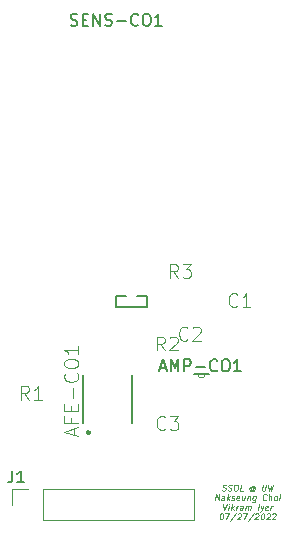
<source format=gto>
%TF.GenerationSoftware,KiCad,Pcbnew,(6.0.6)*%
%TF.CreationDate,2022-07-27T15:13:06-07:00*%
%TF.ProjectId,EcobitNRF9160 EV3,45636f62-6974-44e5-9246-393136302045,rev?*%
%TF.SameCoordinates,Original*%
%TF.FileFunction,Legend,Top*%
%TF.FilePolarity,Positive*%
%FSLAX46Y46*%
G04 Gerber Fmt 4.6, Leading zero omitted, Abs format (unit mm)*
G04 Created by KiCad (PCBNEW (6.0.6)) date 2022-07-27 15:13:06*
%MOMM*%
%LPD*%
G01*
G04 APERTURE LIST*
%ADD10C,0.063500*%
%ADD11C,0.150000*%
%ADD12C,0.101600*%
%ADD13C,0.208367*%
%ADD14C,0.101653*%
%ADD15C,0.120000*%
%ADD16C,0.152400*%
%ADD17C,0.240000*%
%ADD18C,0.127000*%
G04 APERTURE END LIST*
D10*
X142296168Y-119008799D02*
X142365715Y-119032989D01*
X142486668Y-119032989D01*
X142538072Y-119008799D01*
X142565287Y-118984608D01*
X142595525Y-118936227D01*
X142601572Y-118887846D01*
X142583430Y-118839465D01*
X142562263Y-118815275D01*
X142516906Y-118791084D01*
X142423168Y-118766894D01*
X142377811Y-118742703D01*
X142356644Y-118718513D01*
X142338501Y-118670132D01*
X142344549Y-118621751D01*
X142374787Y-118573370D01*
X142402001Y-118549180D01*
X142453406Y-118524989D01*
X142574358Y-118524989D01*
X142643906Y-118549180D01*
X142779977Y-119008799D02*
X142849525Y-119032989D01*
X142970477Y-119032989D01*
X143021882Y-119008799D01*
X143049096Y-118984608D01*
X143079334Y-118936227D01*
X143085382Y-118887846D01*
X143067239Y-118839465D01*
X143046072Y-118815275D01*
X143000715Y-118791084D01*
X142906977Y-118766894D01*
X142861620Y-118742703D01*
X142840453Y-118718513D01*
X142822311Y-118670132D01*
X142828358Y-118621751D01*
X142858596Y-118573370D01*
X142885811Y-118549180D01*
X142937215Y-118524989D01*
X143058168Y-118524989D01*
X143127715Y-118549180D01*
X143445215Y-118524989D02*
X143541977Y-118524989D01*
X143587334Y-118549180D01*
X143629668Y-118597560D01*
X143641763Y-118694322D01*
X143620596Y-118863656D01*
X143584311Y-118960418D01*
X143529882Y-119008799D01*
X143478477Y-119032989D01*
X143381715Y-119032989D01*
X143336358Y-119008799D01*
X143294025Y-118960418D01*
X143281930Y-118863656D01*
X143303096Y-118694322D01*
X143339382Y-118597560D01*
X143393811Y-118549180D01*
X143445215Y-118524989D01*
X144059049Y-119032989D02*
X143817144Y-119032989D01*
X143880644Y-118524989D01*
X144960144Y-118791084D02*
X144938977Y-118766894D01*
X144893620Y-118742703D01*
X144845239Y-118742703D01*
X144793834Y-118766894D01*
X144766620Y-118791084D01*
X144736382Y-118839465D01*
X144730334Y-118887846D01*
X144748477Y-118936227D01*
X144769644Y-118960418D01*
X144815001Y-118984608D01*
X144863382Y-118984608D01*
X144914787Y-118960418D01*
X144942001Y-118936227D01*
X144966192Y-118742703D02*
X144942001Y-118936227D01*
X144963168Y-118960418D01*
X144987358Y-118960418D01*
X145038763Y-118936227D01*
X145069001Y-118887846D01*
X145084120Y-118766894D01*
X145044811Y-118694322D01*
X144978287Y-118645941D01*
X144884549Y-118621751D01*
X144784763Y-118645941D01*
X144706144Y-118694322D01*
X144648692Y-118766894D01*
X144612406Y-118863656D01*
X144624501Y-118960418D01*
X144663811Y-119032989D01*
X144730334Y-119081370D01*
X144824072Y-119105560D01*
X144923858Y-119081370D01*
X145002477Y-119032989D01*
X145719120Y-118524989D02*
X145667715Y-118936227D01*
X145685858Y-118984608D01*
X145707025Y-119008799D01*
X145752382Y-119032989D01*
X145849144Y-119032989D01*
X145900549Y-119008799D01*
X145927763Y-118984608D01*
X145958001Y-118936227D01*
X146009406Y-118524989D01*
X146202930Y-118524989D02*
X146260382Y-119032989D01*
X146402501Y-118670132D01*
X146453906Y-119032989D01*
X146638358Y-118524989D01*
X141700477Y-119850869D02*
X141763977Y-119342869D01*
X141990763Y-119850869D01*
X142054263Y-119342869D01*
X142450382Y-119850869D02*
X142483644Y-119584774D01*
X142465501Y-119536393D01*
X142420144Y-119512202D01*
X142323382Y-119512202D01*
X142271977Y-119536393D01*
X142453406Y-119826679D02*
X142402001Y-119850869D01*
X142281049Y-119850869D01*
X142235692Y-119826679D01*
X142217549Y-119778298D01*
X142223596Y-119729917D01*
X142253834Y-119681536D01*
X142305239Y-119657345D01*
X142426192Y-119657345D01*
X142477596Y-119633155D01*
X142692287Y-119850869D02*
X142755787Y-119342869D01*
X142764858Y-119657345D02*
X142885811Y-119850869D01*
X142928144Y-119512202D02*
X142710430Y-119705726D01*
X143082358Y-119826679D02*
X143127715Y-119850869D01*
X143224477Y-119850869D01*
X143275882Y-119826679D01*
X143306120Y-119778298D01*
X143309144Y-119754107D01*
X143291001Y-119705726D01*
X143245644Y-119681536D01*
X143173072Y-119681536D01*
X143127715Y-119657345D01*
X143109572Y-119608964D01*
X143112596Y-119584774D01*
X143142834Y-119536393D01*
X143194239Y-119512202D01*
X143266811Y-119512202D01*
X143312168Y-119536393D01*
X143711311Y-119826679D02*
X143659906Y-119850869D01*
X143563144Y-119850869D01*
X143517787Y-119826679D01*
X143499644Y-119778298D01*
X143523834Y-119584774D01*
X143554072Y-119536393D01*
X143605477Y-119512202D01*
X143702239Y-119512202D01*
X143747596Y-119536393D01*
X143765739Y-119584774D01*
X143759692Y-119633155D01*
X143511739Y-119681536D01*
X144210239Y-119512202D02*
X144167906Y-119850869D01*
X143992525Y-119512202D02*
X143959263Y-119778298D01*
X143977406Y-119826679D01*
X144022763Y-119850869D01*
X144095334Y-119850869D01*
X144146739Y-119826679D01*
X144173953Y-119802488D01*
X144452144Y-119512202D02*
X144409811Y-119850869D01*
X144446096Y-119560583D02*
X144473311Y-119536393D01*
X144524715Y-119512202D01*
X144597287Y-119512202D01*
X144642644Y-119536393D01*
X144660787Y-119584774D01*
X144627525Y-119850869D01*
X145129477Y-119512202D02*
X145078072Y-119923440D01*
X145047834Y-119971821D01*
X145020620Y-119996012D01*
X144969215Y-120020202D01*
X144896644Y-120020202D01*
X144851287Y-119996012D01*
X145090168Y-119826679D02*
X145038763Y-119850869D01*
X144942001Y-119850869D01*
X144896644Y-119826679D01*
X144875477Y-119802488D01*
X144857334Y-119754107D01*
X144875477Y-119608964D01*
X144905715Y-119560583D01*
X144932930Y-119536393D01*
X144984334Y-119512202D01*
X145081096Y-119512202D01*
X145126453Y-119536393D01*
X146012430Y-119802488D02*
X145985215Y-119826679D01*
X145909620Y-119850869D01*
X145861239Y-119850869D01*
X145791692Y-119826679D01*
X145749358Y-119778298D01*
X145731215Y-119729917D01*
X145719120Y-119633155D01*
X145728192Y-119560583D01*
X145764477Y-119463821D01*
X145794715Y-119415440D01*
X145849144Y-119367060D01*
X145924739Y-119342869D01*
X145973120Y-119342869D01*
X146042668Y-119367060D01*
X146063834Y-119391250D01*
X146224096Y-119850869D02*
X146287596Y-119342869D01*
X146441811Y-119850869D02*
X146475072Y-119584774D01*
X146456930Y-119536393D01*
X146411572Y-119512202D01*
X146339001Y-119512202D01*
X146287596Y-119536393D01*
X146260382Y-119560583D01*
X146756287Y-119850869D02*
X146710930Y-119826679D01*
X146689763Y-119802488D01*
X146671620Y-119754107D01*
X146689763Y-119608964D01*
X146720001Y-119560583D01*
X146747215Y-119536393D01*
X146798620Y-119512202D01*
X146871192Y-119512202D01*
X146916549Y-119536393D01*
X146937715Y-119560583D01*
X146955858Y-119608964D01*
X146937715Y-119754107D01*
X146907477Y-119802488D01*
X146880263Y-119826679D01*
X146828858Y-119850869D01*
X146756287Y-119850869D01*
X147143334Y-119850869D02*
X147185668Y-119512202D01*
X147206834Y-119342869D02*
X147179620Y-119367060D01*
X147200787Y-119391250D01*
X147228001Y-119367060D01*
X147206834Y-119342869D01*
X147200787Y-119391250D01*
X142380834Y-120160749D02*
X142486668Y-120668749D01*
X142719501Y-120160749D01*
X142825334Y-120668749D02*
X142867668Y-120330082D01*
X142888834Y-120160749D02*
X142861620Y-120184940D01*
X142882787Y-120209130D01*
X142910001Y-120184940D01*
X142888834Y-120160749D01*
X142882787Y-120209130D01*
X143067239Y-120668749D02*
X143130739Y-120160749D01*
X143139811Y-120475225D02*
X143260763Y-120668749D01*
X143303096Y-120330082D02*
X143085382Y-120523606D01*
X143478477Y-120668749D02*
X143520811Y-120330082D01*
X143508715Y-120426844D02*
X143538953Y-120378463D01*
X143566168Y-120354273D01*
X143617572Y-120330082D01*
X143665953Y-120330082D01*
X144010668Y-120668749D02*
X144043930Y-120402654D01*
X144025787Y-120354273D01*
X143980430Y-120330082D01*
X143883668Y-120330082D01*
X143832263Y-120354273D01*
X144013692Y-120644559D02*
X143962287Y-120668749D01*
X143841334Y-120668749D01*
X143795977Y-120644559D01*
X143777834Y-120596178D01*
X143783882Y-120547797D01*
X143814120Y-120499416D01*
X143865525Y-120475225D01*
X143986477Y-120475225D01*
X144037882Y-120451035D01*
X144252572Y-120668749D02*
X144294906Y-120330082D01*
X144288858Y-120378463D02*
X144316072Y-120354273D01*
X144367477Y-120330082D01*
X144440049Y-120330082D01*
X144485406Y-120354273D01*
X144503549Y-120402654D01*
X144470287Y-120668749D01*
X144503549Y-120402654D02*
X144533787Y-120354273D01*
X144585192Y-120330082D01*
X144657763Y-120330082D01*
X144703120Y-120354273D01*
X144721263Y-120402654D01*
X144688001Y-120668749D01*
X145316953Y-120668749D02*
X145380453Y-120160749D01*
X145552811Y-120330082D02*
X145631430Y-120668749D01*
X145794715Y-120330082D02*
X145631430Y-120668749D01*
X145567930Y-120789701D01*
X145540715Y-120813892D01*
X145489311Y-120838082D01*
X146142453Y-120644559D02*
X146091049Y-120668749D01*
X145994287Y-120668749D01*
X145948930Y-120644559D01*
X145930787Y-120596178D01*
X145954977Y-120402654D01*
X145985215Y-120354273D01*
X146036620Y-120330082D01*
X146133382Y-120330082D01*
X146178739Y-120354273D01*
X146196882Y-120402654D01*
X146190834Y-120451035D01*
X145942882Y-120499416D01*
X146381334Y-120668749D02*
X146423668Y-120330082D01*
X146411572Y-120426844D02*
X146441811Y-120378463D01*
X146469025Y-120354273D01*
X146520430Y-120330082D01*
X146568811Y-120330082D01*
X142235692Y-120978629D02*
X142284072Y-120978629D01*
X142329430Y-121002820D01*
X142350596Y-121027010D01*
X142368739Y-121075391D01*
X142380834Y-121172153D01*
X142365715Y-121293105D01*
X142329430Y-121389867D01*
X142299192Y-121438248D01*
X142271977Y-121462439D01*
X142220572Y-121486629D01*
X142172192Y-121486629D01*
X142126834Y-121462439D01*
X142105668Y-121438248D01*
X142087525Y-121389867D01*
X142075430Y-121293105D01*
X142090549Y-121172153D01*
X142126834Y-121075391D01*
X142157072Y-121027010D01*
X142184287Y-121002820D01*
X142235692Y-120978629D01*
X142574358Y-120978629D02*
X142913025Y-120978629D01*
X142631811Y-121486629D01*
X143472430Y-120954439D02*
X142955358Y-121607581D01*
X143608501Y-121027010D02*
X143635715Y-121002820D01*
X143687120Y-120978629D01*
X143808072Y-120978629D01*
X143853430Y-121002820D01*
X143874596Y-121027010D01*
X143892739Y-121075391D01*
X143886692Y-121123772D01*
X143853430Y-121196343D01*
X143526858Y-121486629D01*
X143841334Y-121486629D01*
X144074168Y-120978629D02*
X144412834Y-120978629D01*
X144131620Y-121486629D01*
X144972239Y-120954439D02*
X144455168Y-121607581D01*
X145108311Y-121027010D02*
X145135525Y-121002820D01*
X145186930Y-120978629D01*
X145307882Y-120978629D01*
X145353239Y-121002820D01*
X145374406Y-121027010D01*
X145392549Y-121075391D01*
X145386501Y-121123772D01*
X145353239Y-121196343D01*
X145026668Y-121486629D01*
X145341144Y-121486629D01*
X145719120Y-120978629D02*
X145767501Y-120978629D01*
X145812858Y-121002820D01*
X145834025Y-121027010D01*
X145852168Y-121075391D01*
X145864263Y-121172153D01*
X145849144Y-121293105D01*
X145812858Y-121389867D01*
X145782620Y-121438248D01*
X145755406Y-121462439D01*
X145704001Y-121486629D01*
X145655620Y-121486629D01*
X145610263Y-121462439D01*
X145589096Y-121438248D01*
X145570953Y-121389867D01*
X145558858Y-121293105D01*
X145573977Y-121172153D01*
X145610263Y-121075391D01*
X145640501Y-121027010D01*
X145667715Y-121002820D01*
X145719120Y-120978629D01*
X146075930Y-121027010D02*
X146103144Y-121002820D01*
X146154549Y-120978629D01*
X146275501Y-120978629D01*
X146320858Y-121002820D01*
X146342025Y-121027010D01*
X146360168Y-121075391D01*
X146354120Y-121123772D01*
X146320858Y-121196343D01*
X145994287Y-121486629D01*
X146308763Y-121486629D01*
X146559739Y-121027010D02*
X146586953Y-121002820D01*
X146638358Y-120978629D01*
X146759311Y-120978629D01*
X146804668Y-121002820D01*
X146825834Y-121027010D01*
X146843977Y-121075391D01*
X146837930Y-121123772D01*
X146804668Y-121196343D01*
X146478096Y-121486629D01*
X146792572Y-121486629D01*
D11*
%TO.C,J1*%
X124526666Y-117352380D02*
X124526666Y-118066666D01*
X124479047Y-118209523D01*
X124383809Y-118304761D01*
X124240952Y-118352380D01*
X124145714Y-118352380D01*
X125526666Y-118352380D02*
X124955238Y-118352380D01*
X125240952Y-118352380D02*
X125240952Y-117352380D01*
X125145714Y-117495238D01*
X125050476Y-117590476D01*
X124955238Y-117638095D01*
%TO.C,SENS-CO1*%
X129476652Y-79631755D02*
X129619509Y-79679374D01*
X129857604Y-79679374D01*
X129952842Y-79631755D01*
X130000461Y-79584136D01*
X130048080Y-79488898D01*
X130048080Y-79393660D01*
X130000461Y-79298422D01*
X129952842Y-79250803D01*
X129857604Y-79203184D01*
X129667128Y-79155565D01*
X129571890Y-79107946D01*
X129524271Y-79060327D01*
X129476652Y-78965089D01*
X129476652Y-78869851D01*
X129524271Y-78774613D01*
X129571890Y-78726994D01*
X129667128Y-78679374D01*
X129905223Y-78679374D01*
X130048080Y-78726994D01*
X130476652Y-79155565D02*
X130809985Y-79155565D01*
X130952842Y-79679374D02*
X130476652Y-79679374D01*
X130476652Y-78679374D01*
X130952842Y-78679374D01*
X131381414Y-79679374D02*
X131381414Y-78679374D01*
X131952842Y-79679374D01*
X131952842Y-78679374D01*
X132381414Y-79631755D02*
X132524271Y-79679374D01*
X132762366Y-79679374D01*
X132857604Y-79631755D01*
X132905223Y-79584136D01*
X132952842Y-79488898D01*
X132952842Y-79393660D01*
X132905223Y-79298422D01*
X132857604Y-79250803D01*
X132762366Y-79203184D01*
X132571890Y-79155565D01*
X132476652Y-79107946D01*
X132429033Y-79060327D01*
X132381414Y-78965089D01*
X132381414Y-78869851D01*
X132429033Y-78774613D01*
X132476652Y-78726994D01*
X132571890Y-78679374D01*
X132809985Y-78679374D01*
X132952842Y-78726994D01*
X133381414Y-79298422D02*
X134143318Y-79298422D01*
X135190937Y-79584136D02*
X135143318Y-79631755D01*
X135000461Y-79679374D01*
X134905223Y-79679374D01*
X134762366Y-79631755D01*
X134667128Y-79536517D01*
X134619509Y-79441279D01*
X134571890Y-79250803D01*
X134571890Y-79107946D01*
X134619509Y-78917470D01*
X134667128Y-78822232D01*
X134762366Y-78726994D01*
X134905223Y-78679374D01*
X135000461Y-78679374D01*
X135143318Y-78726994D01*
X135190937Y-78774613D01*
X135809985Y-78679374D02*
X136000461Y-78679374D01*
X136095699Y-78726994D01*
X136190937Y-78822232D01*
X136238556Y-79012708D01*
X136238556Y-79346041D01*
X136190937Y-79536517D01*
X136095699Y-79631755D01*
X136000461Y-79679374D01*
X135809985Y-79679374D01*
X135714747Y-79631755D01*
X135619509Y-79536517D01*
X135571890Y-79346041D01*
X135571890Y-79012708D01*
X135619509Y-78822232D01*
X135714747Y-78726994D01*
X135809985Y-78679374D01*
X137190937Y-79679374D02*
X136619509Y-79679374D01*
X136905223Y-79679374D02*
X136905223Y-78679374D01*
X136809985Y-78822232D01*
X136714747Y-78917470D01*
X136619509Y-78965089D01*
D12*
%TO.C,C1*%
X143578645Y-103393085D02*
X143523007Y-103448723D01*
X143356093Y-103504361D01*
X143244817Y-103504361D01*
X143077902Y-103448723D01*
X142966626Y-103337447D01*
X142910988Y-103226171D01*
X142855350Y-103003619D01*
X142855350Y-102836704D01*
X142910988Y-102614152D01*
X142966626Y-102502876D01*
X143077902Y-102391600D01*
X143244817Y-102335961D01*
X143356093Y-102335961D01*
X143523007Y-102391600D01*
X143578645Y-102447238D01*
X144691407Y-103504361D02*
X144023750Y-103504361D01*
X144357579Y-103504361D02*
X144357579Y-102335961D01*
X144246302Y-102502876D01*
X144135026Y-102614152D01*
X144023750Y-102669790D01*
D13*
%TO.C,AMP-CO1*%
X137026942Y-108646666D02*
X137503132Y-108646666D01*
X136931704Y-108932380D02*
X137265037Y-107932380D01*
X137598370Y-108932380D01*
X137931704Y-108932380D02*
X137931704Y-107932380D01*
X138265037Y-108646666D01*
X138598370Y-107932380D01*
X138598370Y-108932380D01*
X139074561Y-108932380D02*
X139074561Y-107932380D01*
X139455513Y-107932380D01*
X139550751Y-107980000D01*
X139598370Y-108027619D01*
X139645990Y-108122857D01*
X139645990Y-108265714D01*
X139598370Y-108360952D01*
X139550751Y-108408571D01*
X139455513Y-108456190D01*
X139074561Y-108456190D01*
X140074561Y-108551428D02*
X140836466Y-108551428D01*
X141884085Y-108837142D02*
X141836466Y-108884761D01*
X141693609Y-108932380D01*
X141598370Y-108932380D01*
X141455513Y-108884761D01*
X141360275Y-108789523D01*
X141312656Y-108694285D01*
X141265037Y-108503809D01*
X141265037Y-108360952D01*
X141312656Y-108170476D01*
X141360275Y-108075238D01*
X141455513Y-107980000D01*
X141598370Y-107932380D01*
X141693609Y-107932380D01*
X141836466Y-107980000D01*
X141884085Y-108027619D01*
X142503132Y-107932380D02*
X142693609Y-107932380D01*
X142788847Y-107980000D01*
X142884085Y-108075238D01*
X142931704Y-108265714D01*
X142931704Y-108599047D01*
X142884085Y-108789523D01*
X142788847Y-108884761D01*
X142693609Y-108932380D01*
X142503132Y-108932380D01*
X142407894Y-108884761D01*
X142312656Y-108789523D01*
X142265037Y-108599047D01*
X142265037Y-108265714D01*
X142312656Y-108075238D01*
X142407894Y-107980000D01*
X142503132Y-107932380D01*
X143884085Y-108932380D02*
X143312656Y-108932380D01*
X143598370Y-108932380D02*
X143598370Y-107932380D01*
X143503132Y-108075238D01*
X143407894Y-108170476D01*
X143312656Y-108218095D01*
D12*
%TO.C,R2*%
X137418645Y-107174361D02*
X137029179Y-106617980D01*
X136750988Y-107174361D02*
X136750988Y-106005961D01*
X137196093Y-106005961D01*
X137307369Y-106061600D01*
X137363007Y-106117238D01*
X137418645Y-106228514D01*
X137418645Y-106395428D01*
X137363007Y-106506704D01*
X137307369Y-106562342D01*
X137196093Y-106617980D01*
X136750988Y-106617980D01*
X137863750Y-106117238D02*
X137919388Y-106061600D01*
X138030664Y-106005961D01*
X138308855Y-106005961D01*
X138420131Y-106061600D01*
X138475769Y-106117238D01*
X138531407Y-106228514D01*
X138531407Y-106339790D01*
X138475769Y-106506704D01*
X137808112Y-107174361D01*
X138531407Y-107174361D01*
%TO.C,R3*%
X138552645Y-101036361D02*
X138163179Y-100479980D01*
X137884988Y-101036361D02*
X137884988Y-99867961D01*
X138330093Y-99867961D01*
X138441369Y-99923600D01*
X138497007Y-99979238D01*
X138552645Y-100090514D01*
X138552645Y-100257428D01*
X138497007Y-100368704D01*
X138441369Y-100424342D01*
X138330093Y-100479980D01*
X137884988Y-100479980D01*
X138942112Y-99867961D02*
X139665407Y-99867961D01*
X139275940Y-100313066D01*
X139442855Y-100313066D01*
X139554131Y-100368704D01*
X139609769Y-100424342D01*
X139665407Y-100535619D01*
X139665407Y-100813809D01*
X139609769Y-100925085D01*
X139554131Y-100980723D01*
X139442855Y-101036361D01*
X139109026Y-101036361D01*
X138997750Y-100980723D01*
X138942112Y-100925085D01*
%TO.C,C2*%
X139358645Y-106233085D02*
X139303007Y-106288723D01*
X139136093Y-106344361D01*
X139024817Y-106344361D01*
X138857902Y-106288723D01*
X138746626Y-106177447D01*
X138690988Y-106066171D01*
X138635350Y-105843619D01*
X138635350Y-105676704D01*
X138690988Y-105454152D01*
X138746626Y-105342876D01*
X138857902Y-105231600D01*
X139024817Y-105175961D01*
X139136093Y-105175961D01*
X139303007Y-105231600D01*
X139358645Y-105287238D01*
X139803750Y-105287238D02*
X139859388Y-105231600D01*
X139970664Y-105175961D01*
X140248855Y-105175961D01*
X140360131Y-105231600D01*
X140415769Y-105287238D01*
X140471407Y-105398514D01*
X140471407Y-105509790D01*
X140415769Y-105676704D01*
X139748112Y-106344361D01*
X140471407Y-106344361D01*
D14*
%TO.C,AFE-CO1*%
X129786326Y-114348313D02*
X129786326Y-113791639D01*
X130120330Y-114459647D02*
X128951315Y-114069976D01*
X130120330Y-113680304D01*
X129507989Y-112900961D02*
X129507989Y-113290632D01*
X130120330Y-113290632D02*
X128951315Y-113290632D01*
X128951315Y-112733958D01*
X129507989Y-112288619D02*
X129507989Y-111898948D01*
X130120330Y-111731946D02*
X130120330Y-112288619D01*
X128951315Y-112288619D01*
X128951315Y-111731946D01*
X129674991Y-111230939D02*
X129674991Y-110340261D01*
X130008995Y-109115579D02*
X130064663Y-109171246D01*
X130120330Y-109338248D01*
X130120330Y-109449583D01*
X130064663Y-109616585D01*
X129953328Y-109727920D01*
X129841993Y-109783587D01*
X129619324Y-109839255D01*
X129452322Y-109839255D01*
X129229652Y-109783587D01*
X129118317Y-109727920D01*
X129006983Y-109616585D01*
X128951315Y-109449583D01*
X128951315Y-109338248D01*
X129006983Y-109171246D01*
X129062650Y-109115579D01*
X128951315Y-108391903D02*
X128951315Y-108169233D01*
X129006983Y-108057898D01*
X129118317Y-107946564D01*
X129340987Y-107890896D01*
X129730658Y-107890896D01*
X129953328Y-107946564D01*
X130064663Y-108057898D01*
X130120330Y-108169233D01*
X130120330Y-108391903D01*
X130064663Y-108503238D01*
X129953328Y-108614572D01*
X129730658Y-108670240D01*
X129340987Y-108670240D01*
X129118317Y-108614572D01*
X129006983Y-108503238D01*
X128951315Y-108391903D01*
X130120330Y-106777549D02*
X130120330Y-107445557D01*
X130120330Y-107111553D02*
X128951315Y-107111553D01*
X129118317Y-107222888D01*
X129229652Y-107334223D01*
X129285319Y-107445557D01*
D12*
%TO.C,R1*%
X125941887Y-111334361D02*
X125552420Y-110777980D01*
X125274230Y-111334361D02*
X125274230Y-110165961D01*
X125719335Y-110165961D01*
X125830611Y-110221600D01*
X125886249Y-110277238D01*
X125941887Y-110388514D01*
X125941887Y-110555428D01*
X125886249Y-110666704D01*
X125830611Y-110722342D01*
X125719335Y-110777980D01*
X125274230Y-110777980D01*
X127054649Y-111334361D02*
X126386992Y-111334361D01*
X126720820Y-111334361D02*
X126720820Y-110165961D01*
X126609544Y-110332876D01*
X126498268Y-110444152D01*
X126386992Y-110499790D01*
%TO.C,C3*%
X137478645Y-113793085D02*
X137423007Y-113848723D01*
X137256093Y-113904361D01*
X137144817Y-113904361D01*
X136977902Y-113848723D01*
X136866626Y-113737447D01*
X136810988Y-113626171D01*
X136755350Y-113403619D01*
X136755350Y-113236704D01*
X136810988Y-113014152D01*
X136866626Y-112902876D01*
X136977902Y-112791600D01*
X137144817Y-112735961D01*
X137256093Y-112735961D01*
X137423007Y-112791600D01*
X137478645Y-112847238D01*
X137868112Y-112735961D02*
X138591407Y-112735961D01*
X138201940Y-113181066D01*
X138368855Y-113181066D01*
X138480131Y-113236704D01*
X138535769Y-113292342D01*
X138591407Y-113403619D01*
X138591407Y-113681809D01*
X138535769Y-113793085D01*
X138480131Y-113848723D01*
X138368855Y-113904361D01*
X138035026Y-113904361D01*
X137923750Y-113848723D01*
X137868112Y-113793085D01*
D15*
%TO.C,J1*%
X139905000Y-121555000D02*
X139905000Y-118895000D01*
X127145000Y-121555000D02*
X139905000Y-121555000D01*
X124545000Y-118895000D02*
X125875000Y-118895000D01*
X127145000Y-118895000D02*
X139905000Y-118895000D01*
X127145000Y-121555000D02*
X127145000Y-118895000D01*
X124545000Y-120225000D02*
X124545000Y-118895000D01*
D16*
%TO.C,AMP-CO1*%
X140255200Y-109200600D02*
X139950400Y-109200600D01*
X141169600Y-109200600D02*
X140864800Y-109200600D01*
X140864800Y-109200600D02*
X140255200Y-109200600D01*
D15*
X140255200Y-109200600D02*
G75*
G03*
X140864800Y-109200600I304800J0D01*
G01*
D11*
%TO.C,IC1*%
X133320000Y-103524000D02*
X135920000Y-103524000D01*
X135920000Y-102524000D02*
X135120000Y-102524000D01*
X135920000Y-103524000D02*
X135920000Y-102524000D01*
X134120000Y-102524000D02*
X133320000Y-102524000D01*
X133320000Y-102524000D02*
X133320000Y-103524000D01*
D17*
%TO.C,AFE-CO1*%
X131097266Y-114115267D02*
G75*
G03*
X131097266Y-114115267I-120000J0D01*
G01*
D18*
X130527266Y-113315267D02*
X130527266Y-109215267D01*
X134627266Y-109215267D02*
X134627266Y-113315267D01*
%TD*%
M02*

</source>
